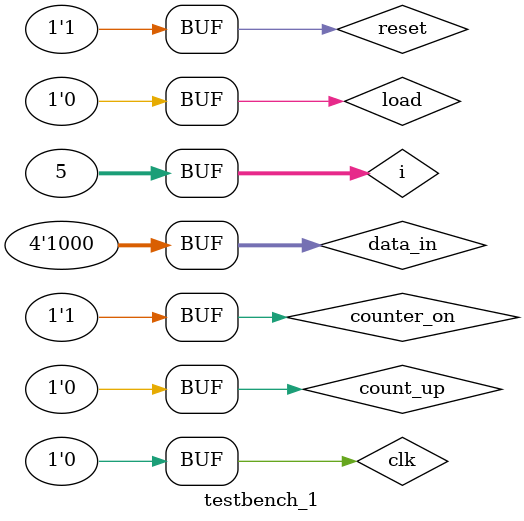
<source format=v>
module testbench_1();
integer i;
reg clk, counter_on, reset, load, count_up;
reg [3:0] data_in;
wire [3:0] count;
wire TC;
decade_counter dc1(count_up, reset, load, counter_on, clk, data_in, count, TC);
initial
begin
counter_on=1; count_up =1;
reset=1; clk=1; #1; reset=0; #1 reset=1;
load=0; data_in =4'b1000;
for( i=0; i<10; i=i+1)begin
clk =1; #20; clk =0; #20;
end
load =1;
clk =1; #20; clk =0; #20; load =0;
count_up =0;
for( i=0; i<5; i=i+1)begin
clk =1; #20; clk =0; #20;
end
end
endmodule
</source>
